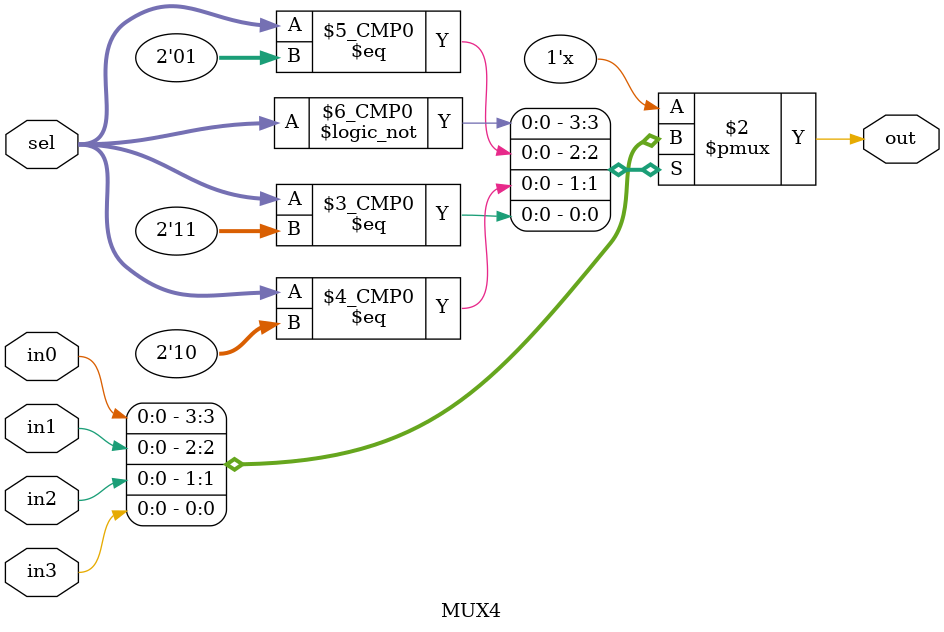
<source format=v>
`timescale 1ns / 1ps


module MUX4(

    input in0,
    input in1,
    input in2,
    input in3,
    input [1:0] sel,
    output reg out

    );
    
    always @(*)
    begin
    
        case(sel)
            0: out = in0;
            1: out = in1;
            2: out = in2;
            3: out = in3;
            default: out = 0;
        endcase
    end    
endmodule

</source>
